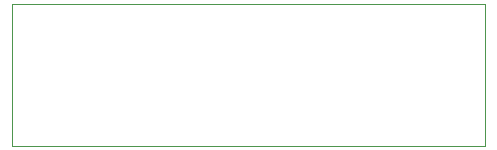
<source format=gbr>
%TF.GenerationSoftware,KiCad,Pcbnew,7.0.5-0*%
%TF.CreationDate,2023-06-10T22:57:50-04:00*%
%TF.ProjectId,proto-power-rails,70726f74-6f2d-4706-9f77-65722d726169,0*%
%TF.SameCoordinates,Original*%
%TF.FileFunction,Profile,NP*%
%FSLAX46Y46*%
G04 Gerber Fmt 4.6, Leading zero omitted, Abs format (unit mm)*
G04 Created by KiCad (PCBNEW 7.0.5-0) date 2023-06-10 22:57:50*
%MOMM*%
%LPD*%
G01*
G04 APERTURE LIST*
%TA.AperFunction,Profile*%
%ADD10C,0.100000*%
%TD*%
G04 APERTURE END LIST*
D10*
X128000000Y-100000000D02*
X168000000Y-100000000D01*
X168000000Y-112000000D01*
X128000000Y-112000000D01*
X128000000Y-100000000D01*
M02*

</source>
